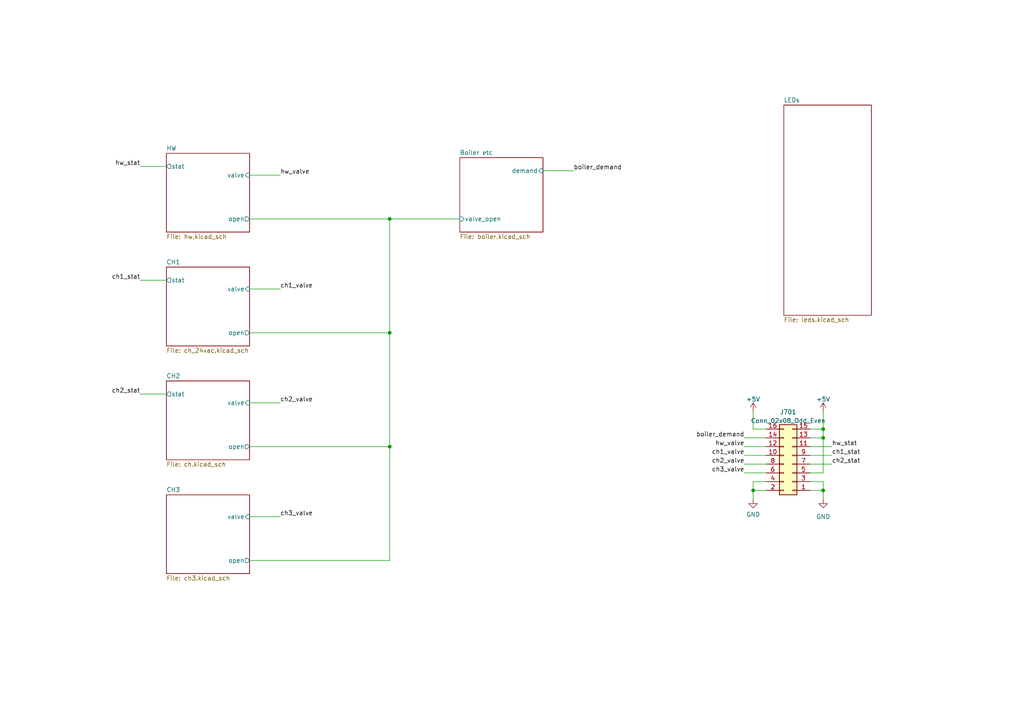
<source format=kicad_sch>
(kicad_sch (version 20211123) (generator eeschema)
  (paper "A4")
  (lib_symbols
    (symbol "Connector_Generic:Conn_02x08_Odd_Even" (pin_names (offset 1.016) hide)
      (property "Reference" "J" (at 1.27 10.16 0))
      (property "Value" "Conn_02x08_Odd_Even" (at 1.27 -12.7 0))
      (symbol "Conn_02x08_Odd_Even_1_1"
        (rectangle (start -1.27 -10.033) (end 0 -10.287) (stroke (width 0.1524)))
        (rectangle (start -1.27 -7.493) (end 0 -7.747) (stroke (width 0.1524)))
        (rectangle (start -1.27 -4.953) (end 0 -5.207) (stroke (width 0.1524)))
        (rectangle (start -1.27 -2.413) (end 0 -2.667) (stroke (width 0.1524)))
        (rectangle (start -1.27 0.127) (end 0 -0.127) (stroke (width 0.1524)))
        (rectangle (start -1.27 2.667) (end 0 2.413) (stroke (width 0.1524)))
        (rectangle (start -1.27 5.207) (end 0 4.953) (stroke (width 0.1524)))
        (rectangle (start -1.27 7.747) (end 0 7.493) (stroke (width 0.1524)))
        (rectangle (start -1.27 8.89) (end 3.81 -11.43) (stroke (width 0.254)) (fill (type background)))
        (rectangle (start 3.81 -10.033) (end 2.54 -10.287) (stroke (width 0.1524)))
        (rectangle (start 3.81 -7.493) (end 2.54 -7.747) (stroke (width 0.1524)))
        (rectangle (start 3.81 -4.953) (end 2.54 -5.207) (stroke (width 0.1524)))
        (rectangle (start 3.81 -2.413) (end 2.54 -2.667) (stroke (width 0.1524)))
        (rectangle (start 3.81 0.127) (end 2.54 -0.127) (stroke (width 0.1524)))
        (rectangle (start 3.81 2.667) (end 2.54 2.413) (stroke (width 0.1524)))
        (rectangle (start 3.81 5.207) (end 2.54 4.953) (stroke (width 0.1524)))
        (rectangle (start 3.81 7.747) (end 2.54 7.493) (stroke (width 0.1524)))
        (pin passive line (at -5.08 7.62 0) (length 3.81) (name "Pin_1") (number "1"))
        (pin passive line (at 7.62 -2.54 180) (length 3.81) (name "Pin_10") (number "10"))
        (pin passive line (at -5.08 -5.08 0) (length 3.81) (name "Pin_11") (number "11"))
        (pin passive line (at 7.62 -5.08 180) (length 3.81) (name "Pin_12") (number "12"))
        (pin passive line (at -5.08 -7.62 0) (length 3.81) (name "Pin_13") (number "13"))
        (pin passive line (at 7.62 -7.62 180) (length 3.81) (name "Pin_14") (number "14"))
        (pin passive line (at -5.08 -10.16 0) (length 3.81) (name "Pin_15") (number "15"))
        (pin passive line (at 7.62 -10.16 180) (length 3.81) (name "Pin_16") (number "16"))
        (pin passive line (at 7.62 7.62 180) (length 3.81) (name "Pin_2") (number "2"))
        (pin passive line (at -5.08 5.08 0) (length 3.81) (name "Pin_3") (number "3"))
        (pin passive line (at 7.62 5.08 180) (length 3.81) (name "Pin_4") (number "4"))
        (pin passive line (at -5.08 2.54 0) (length 3.81) (name "Pin_5") (number "5"))
        (pin passive line (at 7.62 2.54 180) (length 3.81) (name "Pin_6") (number "6"))
        (pin passive line (at -5.08 0 0) (length 3.81) (name "Pin_7") (number "7"))
        (pin passive line (at 7.62 0 180) (length 3.81) (name "Pin_8") (number "8"))
        (pin passive line (at -5.08 -2.54 0) (length 3.81) (name "Pin_9") (number "9"))
      )
    )
    (symbol "power:+5V" (power) (pin_names (offset 0))
      (property "Value" "+5V" (at 0 3.556 0))
      (symbol "+5V_0_1"
        (polyline (pts (xy -0.762 1.27) (xy 0 2.54)))
        (polyline (pts (xy 0 0) (xy 0 2.54)))
        (polyline (pts (xy 0 2.54) (xy 0.762 1.27)))
      )
      (symbol "+5V_1_1"
        (pin power_in line (at 0 0 90) (length 0) hide (name "+5V") (number "1"))
      )
    )
    (symbol "power:GND" (power) (pin_names (offset 0))
      (property "Value" "GND" (at 0 -3.81 0))
      (symbol "GND_0_1"
        (polyline (pts (xy 0 0) (xy 0 -1.27) (xy 1.27 -1.27) (xy 0 -2.54) (xy -1.27 -1.27) (xy 0 -1.27)))
      )
      (symbol "GND_1_1"
        (pin power_in line (at 0 0 270) (length 0) hide (name "GND") (number "1"))
      )
    )
  )
  (junction (at 238.76 142.24))
  (junction (at 113.03 96.52))
  (junction (at 238.76 124.46))
  (junction (at 238.76 127))
  (junction (at 113.03 129.54))
  (junction (at 218.44 142.24))
  (junction (at 113.03 63.5))
  (wire (pts (xy 72.39 50.8) (xy 81.28 50.8)))
  (wire (pts (xy 113.03 96.52) (xy 113.03 129.54)))
  (wire (pts (xy 72.39 149.86) (xy 81.28 149.86)))
  (wire (pts (xy 215.9 134.62) (xy 222.25 134.62)))
  (wire (pts (xy 215.9 127) (xy 222.25 127)))
  (wire (pts (xy 72.39 162.56) (xy 113.03 162.56)))
  (wire (pts (xy 234.95 134.62) (xy 241.3 134.62)))
  (wire (pts (xy 238.76 142.24) (xy 238.76 139.7)))
  (wire (pts (xy 157.48 49.53) (xy 166.37 49.53)))
  (wire (pts (xy 234.95 127) (xy 238.76 127)))
  (wire (pts (xy 40.64 114.3) (xy 48.26 114.3)))
  (wire (pts (xy 72.39 116.84) (xy 81.28 116.84)))
  (wire (pts (xy 234.95 129.54) (xy 241.3 129.54)))
  (wire (pts (xy 218.44 142.24) (xy 218.44 139.7)))
  (wire (pts (xy 234.95 137.16) (xy 238.76 137.16)))
  (wire (pts (xy 218.44 142.24) (xy 222.25 142.24)))
  (wire (pts (xy 215.9 129.54) (xy 222.25 129.54)))
  (wire (pts (xy 72.39 63.5) (xy 113.03 63.5)))
  (wire (pts (xy 238.76 119.38) (xy 238.76 124.46)))
  (wire (pts (xy 238.76 127) (xy 238.76 137.16)))
  (wire (pts (xy 72.39 83.82) (xy 81.28 83.82)))
  (wire (pts (xy 238.76 124.46) (xy 238.76 127)))
  (wire (pts (xy 72.39 129.54) (xy 113.03 129.54)))
  (wire (pts (xy 218.44 119.38) (xy 218.44 124.46)))
  (wire (pts (xy 234.95 132.08) (xy 241.3 132.08)))
  (wire (pts (xy 234.95 124.46) (xy 238.76 124.46)))
  (wire (pts (xy 113.03 63.5) (xy 113.03 96.52)))
  (wire (pts (xy 215.9 132.08) (xy 222.25 132.08)))
  (wire (pts (xy 234.95 142.24) (xy 238.76 142.24)))
  (wire (pts (xy 113.03 63.5) (xy 133.35 63.5)))
  (wire (pts (xy 218.44 139.7) (xy 222.25 139.7)))
  (wire (pts (xy 40.64 48.26) (xy 48.26 48.26)))
  (wire (pts (xy 218.44 144.78) (xy 218.44 142.24)))
  (wire (pts (xy 238.76 144.78) (xy 238.76 142.24)))
  (wire (pts (xy 113.03 162.56) (xy 113.03 129.54)))
  (wire (pts (xy 215.9 137.16) (xy 222.25 137.16)))
  (wire (pts (xy 72.39 96.52) (xy 113.03 96.52)))
  (wire (pts (xy 234.95 139.7) (xy 238.76 139.7)))
  (wire (pts (xy 40.64 81.28) (xy 48.26 81.28)))
  (wire (pts (xy 218.44 124.46) (xy 222.25 124.46)))
  (label "ch3_valve" (at 81.28 149.86 0))
  (label "ch1_stat" (at 40.64 81.28 180))
  (label "ch1_valve" (at 215.9 132.08 180))
  (label "ch2_valve" (at 215.9 134.62 180))
  (label "ch1_stat" (at 241.3 132.08 0))
  (label "boiler_demand" (at 166.37 49.53 0))
  (label "hw_stat" (at 241.3 129.54 0))
  (label "ch3_valve" (at 215.9 137.16 180))
  (label "ch2_valve" (at 81.28 116.84 0))
  (label "boiler_demand" (at 215.9 127 180))
  (label "ch2_stat" (at 241.3 134.62 0))
  (label "hw_valve" (at 215.9 129.54 180))
  (label "hw_valve" (at 81.28 50.8 0))
  (label "hw_stat" (at 40.64 48.26 180))
  (label "ch1_valve" (at 81.28 83.82 0))
  (label "ch2_stat" (at 40.64 114.3 180))
  (symbol (lib_id "power:GND") (at 238.76 144.78 0) (unit 1)
    (property "Reference" "#PWR0704" (effects hide))
    (property "Value" "GND" (at 238.76 149.86 0))
  )
  (symbol (lib_id "power:GND") (at 218.44 144.78 0) (unit 1)
    (property "Reference" "#PWR0702" (effects hide))
    (property "Value" "GND" (at 218.44 149.2234 0))
  )
  (symbol (lib_id "power:+5V") (at 238.76 119.38 0) (unit 1)
    (property "Reference" "#PWR0703" (effects hide))
    (property "Value" "+5V" (at 238.76 115.8042 0))
  )
  (symbol (lib_id "power:+5V") (at 218.44 119.38 0) (unit 1)
    (property "Reference" "#PWR0701" (effects hide))
    (property "Value" "+5V" (at 218.44 115.8042 0))
  )
  (symbol (lib_id "Connector_Generic:Conn_02x08_Odd_Even") (at 229.87 134.62 180) (unit 1)
    (property "Reference" "J701" (at 228.6 119.4902 0))
    (property "Value" "Conn_02x08_Odd_Even" (at 228.6 122.0271 0))
    (property "Footprint" "Connector_PinHeader_2.54mm:PinHeader_2x08_P2.54mm_Vertical" (effects hide))
  )
  (sheet (at 48.26 44.45) (size 24.13 22.86) (stroke (width 0.1524))
    (property "Sheet name" "HW" (at 48.26 43.7384 0) (effects (justify left bottom)))
    (property "Sheet file" "hw.kicad_sch" (at 48.26 67.8946 0) (effects (justify left top)))
    (pin "stat" output (at 48.26 48.26 180))
    (pin "open" output (at 72.39 63.5 0))
    (pin "valve" input (at 72.39 50.8 0))
  )
  (sheet (at 227.33 30.48) (size 25.4 60.96) (stroke (width 0.1524))
    (property "Sheet name" "LEDs" (at 227.33 29.7684 0) (effects (justify left bottom)))
    (property "Sheet file" "leds.kicad_sch" (at 227.33 92.0246 0) (effects (justify left top)))
  )
  (sheet (at 133.35 45.72) (size 24.13 21.59) (stroke (width 0.1524))
    (property "Sheet name" "Boiler etc" (at 133.35 45.0084 0) (effects (justify left bottom)))
    (property "Sheet file" "boiler.kicad_sch" (at 133.35 67.8946 0) (effects (justify left top)))
    (pin "valve_open" input (at 133.35 63.5 180))
    (pin "demand" input (at 157.48 49.53 0))
  )
  (sheet (at 48.26 110.49) (size 24.13 22.86) (stroke (width 0.1524))
    (property "Sheet name" "CH2" (at 48.26 109.7784 0) (effects (justify left bottom)))
    (property "Sheet file" "ch.kicad_sch" (at 48.26 133.9346 0) (effects (justify left top)))
    (pin "valve" input (at 72.39 116.84 0))
    (pin "open" output (at 72.39 129.54 0))
    (pin "stat" output (at 48.26 114.3 180))
  )
  (sheet (at 48.26 77.47) (size 24.13 22.86) (stroke (width 0.1524))
    (property "Sheet name" "CH1" (at 48.26 76.7584 0) (effects (justify left bottom)))
    (property "Sheet file" "ch_24vac.kicad_sch" (at 48.26 100.9146 0) (effects (justify left top)))
    (pin "valve" input (at 72.39 83.82 0))
    (pin "open" output (at 72.39 96.52 0))
    (pin "stat" output (at 48.26 81.28 180))
  )
  (sheet (at 48.26 143.51) (size 24.13 22.86) (stroke (width 0.1524))
    (property "Sheet name" "CH3" (at 48.26 142.7984 0) (effects (justify left bottom)))
    (property "Sheet file" "ch3.kicad_sch" (at 48.26 166.9546 0) (effects (justify left top)))
    (pin "valve" input (at 72.39 149.86 0))
    (pin "open" output (at 72.39 162.56 0))
  )
)
</source>
